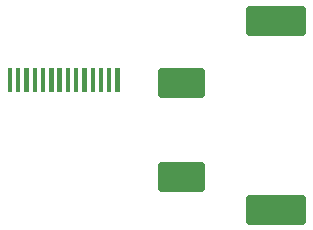
<source format=gbr>
G04 EAGLE Gerber RS-274X export*
G75*
%MOMM*%
%FSLAX34Y34*%
%LPD*%
%INSolderpaste Bottom*%
%IPPOS*%
%AMOC8*
5,1,8,0,0,1.08239X$1,22.5*%
G01*
%ADD10C,0.070000*%
%ADD11C,0.500000*%
%ADD12C,0.508000*%


D10*
X-2100Y39650D02*
X-2100Y20350D01*
X-4900Y20350D01*
X-4900Y39650D01*
X-2100Y39650D01*
X-2100Y21015D02*
X-4900Y21015D01*
X-4900Y21680D02*
X-2100Y21680D01*
X-2100Y22345D02*
X-4900Y22345D01*
X-4900Y23010D02*
X-2100Y23010D01*
X-2100Y23675D02*
X-4900Y23675D01*
X-4900Y24340D02*
X-2100Y24340D01*
X-2100Y25005D02*
X-4900Y25005D01*
X-4900Y25670D02*
X-2100Y25670D01*
X-2100Y26335D02*
X-4900Y26335D01*
X-4900Y27000D02*
X-2100Y27000D01*
X-2100Y27665D02*
X-4900Y27665D01*
X-4900Y28330D02*
X-2100Y28330D01*
X-2100Y28995D02*
X-4900Y28995D01*
X-4900Y29660D02*
X-2100Y29660D01*
X-2100Y30325D02*
X-4900Y30325D01*
X-4900Y30990D02*
X-2100Y30990D01*
X-2100Y31655D02*
X-4900Y31655D01*
X-4900Y32320D02*
X-2100Y32320D01*
X-2100Y32985D02*
X-4900Y32985D01*
X-4900Y33650D02*
X-2100Y33650D01*
X-2100Y34315D02*
X-4900Y34315D01*
X-4900Y34980D02*
X-2100Y34980D01*
X-2100Y35645D02*
X-4900Y35645D01*
X-4900Y36310D02*
X-2100Y36310D01*
X-2100Y36975D02*
X-4900Y36975D01*
X-4900Y37640D02*
X-2100Y37640D01*
X-2100Y38305D02*
X-4900Y38305D01*
X-4900Y38970D02*
X-2100Y38970D01*
X-2100Y39635D02*
X-4900Y39635D01*
X4900Y39650D02*
X4900Y20350D01*
X2100Y20350D01*
X2100Y39650D01*
X4900Y39650D01*
X4900Y21015D02*
X2100Y21015D01*
X2100Y21680D02*
X4900Y21680D01*
X4900Y22345D02*
X2100Y22345D01*
X2100Y23010D02*
X4900Y23010D01*
X4900Y23675D02*
X2100Y23675D01*
X2100Y24340D02*
X4900Y24340D01*
X4900Y25005D02*
X2100Y25005D01*
X2100Y25670D02*
X4900Y25670D01*
X4900Y26335D02*
X2100Y26335D01*
X2100Y27000D02*
X4900Y27000D01*
X4900Y27665D02*
X2100Y27665D01*
X2100Y28330D02*
X4900Y28330D01*
X4900Y28995D02*
X2100Y28995D01*
X2100Y29660D02*
X4900Y29660D01*
X4900Y30325D02*
X2100Y30325D01*
X2100Y30990D02*
X4900Y30990D01*
X4900Y31655D02*
X2100Y31655D01*
X2100Y32320D02*
X4900Y32320D01*
X4900Y32985D02*
X2100Y32985D01*
X2100Y33650D02*
X4900Y33650D01*
X4900Y34315D02*
X2100Y34315D01*
X2100Y34980D02*
X4900Y34980D01*
X4900Y35645D02*
X2100Y35645D01*
X2100Y36310D02*
X4900Y36310D01*
X4900Y36975D02*
X2100Y36975D01*
X2100Y37640D02*
X4900Y37640D01*
X4900Y38305D02*
X2100Y38305D01*
X2100Y38970D02*
X4900Y38970D01*
X4900Y39635D02*
X2100Y39635D01*
X11900Y39650D02*
X11900Y20350D01*
X9100Y20350D01*
X9100Y39650D01*
X11900Y39650D01*
X11900Y21015D02*
X9100Y21015D01*
X9100Y21680D02*
X11900Y21680D01*
X11900Y22345D02*
X9100Y22345D01*
X9100Y23010D02*
X11900Y23010D01*
X11900Y23675D02*
X9100Y23675D01*
X9100Y24340D02*
X11900Y24340D01*
X11900Y25005D02*
X9100Y25005D01*
X9100Y25670D02*
X11900Y25670D01*
X11900Y26335D02*
X9100Y26335D01*
X9100Y27000D02*
X11900Y27000D01*
X11900Y27665D02*
X9100Y27665D01*
X9100Y28330D02*
X11900Y28330D01*
X11900Y28995D02*
X9100Y28995D01*
X9100Y29660D02*
X11900Y29660D01*
X11900Y30325D02*
X9100Y30325D01*
X9100Y30990D02*
X11900Y30990D01*
X11900Y31655D02*
X9100Y31655D01*
X9100Y32320D02*
X11900Y32320D01*
X11900Y32985D02*
X9100Y32985D01*
X9100Y33650D02*
X11900Y33650D01*
X11900Y34315D02*
X9100Y34315D01*
X9100Y34980D02*
X11900Y34980D01*
X11900Y35645D02*
X9100Y35645D01*
X9100Y36310D02*
X11900Y36310D01*
X11900Y36975D02*
X9100Y36975D01*
X9100Y37640D02*
X11900Y37640D01*
X11900Y38305D02*
X9100Y38305D01*
X9100Y38970D02*
X11900Y38970D01*
X11900Y39635D02*
X9100Y39635D01*
X18900Y39650D02*
X18900Y20350D01*
X16100Y20350D01*
X16100Y39650D01*
X18900Y39650D01*
X18900Y21015D02*
X16100Y21015D01*
X16100Y21680D02*
X18900Y21680D01*
X18900Y22345D02*
X16100Y22345D01*
X16100Y23010D02*
X18900Y23010D01*
X18900Y23675D02*
X16100Y23675D01*
X16100Y24340D02*
X18900Y24340D01*
X18900Y25005D02*
X16100Y25005D01*
X16100Y25670D02*
X18900Y25670D01*
X18900Y26335D02*
X16100Y26335D01*
X16100Y27000D02*
X18900Y27000D01*
X18900Y27665D02*
X16100Y27665D01*
X16100Y28330D02*
X18900Y28330D01*
X18900Y28995D02*
X16100Y28995D01*
X16100Y29660D02*
X18900Y29660D01*
X18900Y30325D02*
X16100Y30325D01*
X16100Y30990D02*
X18900Y30990D01*
X18900Y31655D02*
X16100Y31655D01*
X16100Y32320D02*
X18900Y32320D01*
X18900Y32985D02*
X16100Y32985D01*
X16100Y33650D02*
X18900Y33650D01*
X18900Y34315D02*
X16100Y34315D01*
X16100Y34980D02*
X18900Y34980D01*
X18900Y35645D02*
X16100Y35645D01*
X16100Y36310D02*
X18900Y36310D01*
X18900Y36975D02*
X16100Y36975D01*
X16100Y37640D02*
X18900Y37640D01*
X18900Y38305D02*
X16100Y38305D01*
X16100Y38970D02*
X18900Y38970D01*
X18900Y39635D02*
X16100Y39635D01*
X25900Y39650D02*
X25900Y20350D01*
X23100Y20350D01*
X23100Y39650D01*
X25900Y39650D01*
X25900Y21015D02*
X23100Y21015D01*
X23100Y21680D02*
X25900Y21680D01*
X25900Y22345D02*
X23100Y22345D01*
X23100Y23010D02*
X25900Y23010D01*
X25900Y23675D02*
X23100Y23675D01*
X23100Y24340D02*
X25900Y24340D01*
X25900Y25005D02*
X23100Y25005D01*
X23100Y25670D02*
X25900Y25670D01*
X25900Y26335D02*
X23100Y26335D01*
X23100Y27000D02*
X25900Y27000D01*
X25900Y27665D02*
X23100Y27665D01*
X23100Y28330D02*
X25900Y28330D01*
X25900Y28995D02*
X23100Y28995D01*
X23100Y29660D02*
X25900Y29660D01*
X25900Y30325D02*
X23100Y30325D01*
X23100Y30990D02*
X25900Y30990D01*
X25900Y31655D02*
X23100Y31655D01*
X23100Y32320D02*
X25900Y32320D01*
X25900Y32985D02*
X23100Y32985D01*
X23100Y33650D02*
X25900Y33650D01*
X25900Y34315D02*
X23100Y34315D01*
X23100Y34980D02*
X25900Y34980D01*
X25900Y35645D02*
X23100Y35645D01*
X23100Y36310D02*
X25900Y36310D01*
X25900Y36975D02*
X23100Y36975D01*
X23100Y37640D02*
X25900Y37640D01*
X25900Y38305D02*
X23100Y38305D01*
X23100Y38970D02*
X25900Y38970D01*
X25900Y39635D02*
X23100Y39635D01*
X32900Y39650D02*
X32900Y20350D01*
X30100Y20350D01*
X30100Y39650D01*
X32900Y39650D01*
X32900Y21015D02*
X30100Y21015D01*
X30100Y21680D02*
X32900Y21680D01*
X32900Y22345D02*
X30100Y22345D01*
X30100Y23010D02*
X32900Y23010D01*
X32900Y23675D02*
X30100Y23675D01*
X30100Y24340D02*
X32900Y24340D01*
X32900Y25005D02*
X30100Y25005D01*
X30100Y25670D02*
X32900Y25670D01*
X32900Y26335D02*
X30100Y26335D01*
X30100Y27000D02*
X32900Y27000D01*
X32900Y27665D02*
X30100Y27665D01*
X30100Y28330D02*
X32900Y28330D01*
X32900Y28995D02*
X30100Y28995D01*
X30100Y29660D02*
X32900Y29660D01*
X32900Y30325D02*
X30100Y30325D01*
X30100Y30990D02*
X32900Y30990D01*
X32900Y31655D02*
X30100Y31655D01*
X30100Y32320D02*
X32900Y32320D01*
X32900Y32985D02*
X30100Y32985D01*
X30100Y33650D02*
X32900Y33650D01*
X32900Y34315D02*
X30100Y34315D01*
X30100Y34980D02*
X32900Y34980D01*
X32900Y35645D02*
X30100Y35645D01*
X30100Y36310D02*
X32900Y36310D01*
X32900Y36975D02*
X30100Y36975D01*
X30100Y37640D02*
X32900Y37640D01*
X32900Y38305D02*
X30100Y38305D01*
X30100Y38970D02*
X32900Y38970D01*
X32900Y39635D02*
X30100Y39635D01*
X39900Y39650D02*
X39900Y20350D01*
X37100Y20350D01*
X37100Y39650D01*
X39900Y39650D01*
X39900Y21015D02*
X37100Y21015D01*
X37100Y21680D02*
X39900Y21680D01*
X39900Y22345D02*
X37100Y22345D01*
X37100Y23010D02*
X39900Y23010D01*
X39900Y23675D02*
X37100Y23675D01*
X37100Y24340D02*
X39900Y24340D01*
X39900Y25005D02*
X37100Y25005D01*
X37100Y25670D02*
X39900Y25670D01*
X39900Y26335D02*
X37100Y26335D01*
X37100Y27000D02*
X39900Y27000D01*
X39900Y27665D02*
X37100Y27665D01*
X37100Y28330D02*
X39900Y28330D01*
X39900Y28995D02*
X37100Y28995D01*
X37100Y29660D02*
X39900Y29660D01*
X39900Y30325D02*
X37100Y30325D01*
X37100Y30990D02*
X39900Y30990D01*
X39900Y31655D02*
X37100Y31655D01*
X37100Y32320D02*
X39900Y32320D01*
X39900Y32985D02*
X37100Y32985D01*
X37100Y33650D02*
X39900Y33650D01*
X39900Y34315D02*
X37100Y34315D01*
X37100Y34980D02*
X39900Y34980D01*
X39900Y35645D02*
X37100Y35645D01*
X37100Y36310D02*
X39900Y36310D01*
X39900Y36975D02*
X37100Y36975D01*
X37100Y37640D02*
X39900Y37640D01*
X39900Y38305D02*
X37100Y38305D01*
X37100Y38970D02*
X39900Y38970D01*
X39900Y39635D02*
X37100Y39635D01*
X46900Y39650D02*
X46900Y20350D01*
X44100Y20350D01*
X44100Y39650D01*
X46900Y39650D01*
X46900Y21015D02*
X44100Y21015D01*
X44100Y21680D02*
X46900Y21680D01*
X46900Y22345D02*
X44100Y22345D01*
X44100Y23010D02*
X46900Y23010D01*
X46900Y23675D02*
X44100Y23675D01*
X44100Y24340D02*
X46900Y24340D01*
X46900Y25005D02*
X44100Y25005D01*
X44100Y25670D02*
X46900Y25670D01*
X46900Y26335D02*
X44100Y26335D01*
X44100Y27000D02*
X46900Y27000D01*
X46900Y27665D02*
X44100Y27665D01*
X44100Y28330D02*
X46900Y28330D01*
X46900Y28995D02*
X44100Y28995D01*
X44100Y29660D02*
X46900Y29660D01*
X46900Y30325D02*
X44100Y30325D01*
X44100Y30990D02*
X46900Y30990D01*
X46900Y31655D02*
X44100Y31655D01*
X44100Y32320D02*
X46900Y32320D01*
X46900Y32985D02*
X44100Y32985D01*
X44100Y33650D02*
X46900Y33650D01*
X46900Y34315D02*
X44100Y34315D01*
X44100Y34980D02*
X46900Y34980D01*
X46900Y35645D02*
X44100Y35645D01*
X44100Y36310D02*
X46900Y36310D01*
X46900Y36975D02*
X44100Y36975D01*
X44100Y37640D02*
X46900Y37640D01*
X46900Y38305D02*
X44100Y38305D01*
X44100Y38970D02*
X46900Y38970D01*
X46900Y39635D02*
X44100Y39635D01*
X-9100Y39650D02*
X-9100Y20350D01*
X-11900Y20350D01*
X-11900Y39650D01*
X-9100Y39650D01*
X-9100Y21015D02*
X-11900Y21015D01*
X-11900Y21680D02*
X-9100Y21680D01*
X-9100Y22345D02*
X-11900Y22345D01*
X-11900Y23010D02*
X-9100Y23010D01*
X-9100Y23675D02*
X-11900Y23675D01*
X-11900Y24340D02*
X-9100Y24340D01*
X-9100Y25005D02*
X-11900Y25005D01*
X-11900Y25670D02*
X-9100Y25670D01*
X-9100Y26335D02*
X-11900Y26335D01*
X-11900Y27000D02*
X-9100Y27000D01*
X-9100Y27665D02*
X-11900Y27665D01*
X-11900Y28330D02*
X-9100Y28330D01*
X-9100Y28995D02*
X-11900Y28995D01*
X-11900Y29660D02*
X-9100Y29660D01*
X-9100Y30325D02*
X-11900Y30325D01*
X-11900Y30990D02*
X-9100Y30990D01*
X-9100Y31655D02*
X-11900Y31655D01*
X-11900Y32320D02*
X-9100Y32320D01*
X-9100Y32985D02*
X-11900Y32985D01*
X-11900Y33650D02*
X-9100Y33650D01*
X-9100Y34315D02*
X-11900Y34315D01*
X-11900Y34980D02*
X-9100Y34980D01*
X-9100Y35645D02*
X-11900Y35645D01*
X-11900Y36310D02*
X-9100Y36310D01*
X-9100Y36975D02*
X-11900Y36975D01*
X-11900Y37640D02*
X-9100Y37640D01*
X-9100Y38305D02*
X-11900Y38305D01*
X-11900Y38970D02*
X-9100Y38970D01*
X-9100Y39635D02*
X-11900Y39635D01*
X-16100Y39650D02*
X-16100Y20350D01*
X-18900Y20350D01*
X-18900Y39650D01*
X-16100Y39650D01*
X-16100Y21015D02*
X-18900Y21015D01*
X-18900Y21680D02*
X-16100Y21680D01*
X-16100Y22345D02*
X-18900Y22345D01*
X-18900Y23010D02*
X-16100Y23010D01*
X-16100Y23675D02*
X-18900Y23675D01*
X-18900Y24340D02*
X-16100Y24340D01*
X-16100Y25005D02*
X-18900Y25005D01*
X-18900Y25670D02*
X-16100Y25670D01*
X-16100Y26335D02*
X-18900Y26335D01*
X-18900Y27000D02*
X-16100Y27000D01*
X-16100Y27665D02*
X-18900Y27665D01*
X-18900Y28330D02*
X-16100Y28330D01*
X-16100Y28995D02*
X-18900Y28995D01*
X-18900Y29660D02*
X-16100Y29660D01*
X-16100Y30325D02*
X-18900Y30325D01*
X-18900Y30990D02*
X-16100Y30990D01*
X-16100Y31655D02*
X-18900Y31655D01*
X-18900Y32320D02*
X-16100Y32320D01*
X-16100Y32985D02*
X-18900Y32985D01*
X-18900Y33650D02*
X-16100Y33650D01*
X-16100Y34315D02*
X-18900Y34315D01*
X-18900Y34980D02*
X-16100Y34980D01*
X-16100Y35645D02*
X-18900Y35645D01*
X-18900Y36310D02*
X-16100Y36310D01*
X-16100Y36975D02*
X-18900Y36975D01*
X-18900Y37640D02*
X-16100Y37640D01*
X-16100Y38305D02*
X-18900Y38305D01*
X-18900Y38970D02*
X-16100Y38970D01*
X-16100Y39635D02*
X-18900Y39635D01*
X-23100Y39650D02*
X-23100Y20350D01*
X-25900Y20350D01*
X-25900Y39650D01*
X-23100Y39650D01*
X-23100Y21015D02*
X-25900Y21015D01*
X-25900Y21680D02*
X-23100Y21680D01*
X-23100Y22345D02*
X-25900Y22345D01*
X-25900Y23010D02*
X-23100Y23010D01*
X-23100Y23675D02*
X-25900Y23675D01*
X-25900Y24340D02*
X-23100Y24340D01*
X-23100Y25005D02*
X-25900Y25005D01*
X-25900Y25670D02*
X-23100Y25670D01*
X-23100Y26335D02*
X-25900Y26335D01*
X-25900Y27000D02*
X-23100Y27000D01*
X-23100Y27665D02*
X-25900Y27665D01*
X-25900Y28330D02*
X-23100Y28330D01*
X-23100Y28995D02*
X-25900Y28995D01*
X-25900Y29660D02*
X-23100Y29660D01*
X-23100Y30325D02*
X-25900Y30325D01*
X-25900Y30990D02*
X-23100Y30990D01*
X-23100Y31655D02*
X-25900Y31655D01*
X-25900Y32320D02*
X-23100Y32320D01*
X-23100Y32985D02*
X-25900Y32985D01*
X-25900Y33650D02*
X-23100Y33650D01*
X-23100Y34315D02*
X-25900Y34315D01*
X-25900Y34980D02*
X-23100Y34980D01*
X-23100Y35645D02*
X-25900Y35645D01*
X-25900Y36310D02*
X-23100Y36310D01*
X-23100Y36975D02*
X-25900Y36975D01*
X-25900Y37640D02*
X-23100Y37640D01*
X-23100Y38305D02*
X-25900Y38305D01*
X-25900Y38970D02*
X-23100Y38970D01*
X-23100Y39635D02*
X-25900Y39635D01*
X-30100Y39650D02*
X-30100Y20350D01*
X-32900Y20350D01*
X-32900Y39650D01*
X-30100Y39650D01*
X-30100Y21015D02*
X-32900Y21015D01*
X-32900Y21680D02*
X-30100Y21680D01*
X-30100Y22345D02*
X-32900Y22345D01*
X-32900Y23010D02*
X-30100Y23010D01*
X-30100Y23675D02*
X-32900Y23675D01*
X-32900Y24340D02*
X-30100Y24340D01*
X-30100Y25005D02*
X-32900Y25005D01*
X-32900Y25670D02*
X-30100Y25670D01*
X-30100Y26335D02*
X-32900Y26335D01*
X-32900Y27000D02*
X-30100Y27000D01*
X-30100Y27665D02*
X-32900Y27665D01*
X-32900Y28330D02*
X-30100Y28330D01*
X-30100Y28995D02*
X-32900Y28995D01*
X-32900Y29660D02*
X-30100Y29660D01*
X-30100Y30325D02*
X-32900Y30325D01*
X-32900Y30990D02*
X-30100Y30990D01*
X-30100Y31655D02*
X-32900Y31655D01*
X-32900Y32320D02*
X-30100Y32320D01*
X-30100Y32985D02*
X-32900Y32985D01*
X-32900Y33650D02*
X-30100Y33650D01*
X-30100Y34315D02*
X-32900Y34315D01*
X-32900Y34980D02*
X-30100Y34980D01*
X-30100Y35645D02*
X-32900Y35645D01*
X-32900Y36310D02*
X-30100Y36310D01*
X-30100Y36975D02*
X-32900Y36975D01*
X-32900Y37640D02*
X-30100Y37640D01*
X-30100Y38305D02*
X-32900Y38305D01*
X-32900Y38970D02*
X-30100Y38970D01*
X-30100Y39635D02*
X-32900Y39635D01*
X-37100Y39650D02*
X-37100Y20350D01*
X-39900Y20350D01*
X-39900Y39650D01*
X-37100Y39650D01*
X-37100Y21015D02*
X-39900Y21015D01*
X-39900Y21680D02*
X-37100Y21680D01*
X-37100Y22345D02*
X-39900Y22345D01*
X-39900Y23010D02*
X-37100Y23010D01*
X-37100Y23675D02*
X-39900Y23675D01*
X-39900Y24340D02*
X-37100Y24340D01*
X-37100Y25005D02*
X-39900Y25005D01*
X-39900Y25670D02*
X-37100Y25670D01*
X-37100Y26335D02*
X-39900Y26335D01*
X-39900Y27000D02*
X-37100Y27000D01*
X-37100Y27665D02*
X-39900Y27665D01*
X-39900Y28330D02*
X-37100Y28330D01*
X-37100Y28995D02*
X-39900Y28995D01*
X-39900Y29660D02*
X-37100Y29660D01*
X-37100Y30325D02*
X-39900Y30325D01*
X-39900Y30990D02*
X-37100Y30990D01*
X-37100Y31655D02*
X-39900Y31655D01*
X-39900Y32320D02*
X-37100Y32320D01*
X-37100Y32985D02*
X-39900Y32985D01*
X-39900Y33650D02*
X-37100Y33650D01*
X-37100Y34315D02*
X-39900Y34315D01*
X-39900Y34980D02*
X-37100Y34980D01*
X-37100Y35645D02*
X-39900Y35645D01*
X-39900Y36310D02*
X-37100Y36310D01*
X-37100Y36975D02*
X-39900Y36975D01*
X-39900Y37640D02*
X-37100Y37640D01*
X-37100Y38305D02*
X-39900Y38305D01*
X-39900Y38970D02*
X-37100Y38970D01*
X-37100Y39635D02*
X-39900Y39635D01*
X-44100Y39650D02*
X-44100Y20350D01*
X-46900Y20350D01*
X-46900Y39650D01*
X-44100Y39650D01*
X-44100Y21015D02*
X-46900Y21015D01*
X-46900Y21680D02*
X-44100Y21680D01*
X-44100Y22345D02*
X-46900Y22345D01*
X-46900Y23010D02*
X-44100Y23010D01*
X-44100Y23675D02*
X-46900Y23675D01*
X-46900Y24340D02*
X-44100Y24340D01*
X-44100Y25005D02*
X-46900Y25005D01*
X-46900Y25670D02*
X-44100Y25670D01*
X-44100Y26335D02*
X-46900Y26335D01*
X-46900Y27000D02*
X-44100Y27000D01*
X-44100Y27665D02*
X-46900Y27665D01*
X-46900Y28330D02*
X-44100Y28330D01*
X-44100Y28995D02*
X-46900Y28995D01*
X-46900Y29660D02*
X-44100Y29660D01*
X-44100Y30325D02*
X-46900Y30325D01*
X-46900Y30990D02*
X-44100Y30990D01*
X-44100Y31655D02*
X-46900Y31655D01*
X-46900Y32320D02*
X-44100Y32320D01*
X-44100Y32985D02*
X-46900Y32985D01*
X-46900Y33650D02*
X-44100Y33650D01*
X-44100Y34315D02*
X-46900Y34315D01*
X-46900Y34980D02*
X-44100Y34980D01*
X-44100Y35645D02*
X-46900Y35645D01*
X-46900Y36310D02*
X-44100Y36310D01*
X-44100Y36975D02*
X-46900Y36975D01*
X-46900Y37640D02*
X-44100Y37640D01*
X-44100Y38305D02*
X-46900Y38305D01*
X-46900Y38970D02*
X-44100Y38970D01*
X-44100Y39635D02*
X-46900Y39635D01*
D11*
X82500Y-42700D02*
X82500Y-62700D01*
X82500Y-42700D02*
X117500Y-42700D01*
X117500Y-62700D01*
X82500Y-62700D01*
X82500Y-57950D02*
X117500Y-57950D01*
X117500Y-53200D02*
X82500Y-53200D01*
X82500Y-48450D02*
X117500Y-48450D01*
X117500Y-43700D02*
X82500Y-43700D01*
X82500Y17300D02*
X82500Y37300D01*
X117500Y37300D01*
X117500Y17300D01*
X82500Y17300D01*
X82500Y22050D02*
X117500Y22050D01*
X117500Y26800D02*
X82500Y26800D01*
X82500Y31550D02*
X117500Y31550D01*
X117500Y36300D02*
X82500Y36300D01*
D12*
X157140Y-69840D02*
X157140Y-90160D01*
X157140Y-69840D02*
X202860Y-69840D01*
X202860Y-90160D01*
X157140Y-90160D01*
X157140Y-85334D02*
X202860Y-85334D01*
X202860Y-80508D02*
X157140Y-80508D01*
X157140Y-75682D02*
X202860Y-75682D01*
X202860Y-70856D02*
X157140Y-70856D01*
X157140Y69840D02*
X157140Y90160D01*
X202860Y90160D01*
X202860Y69840D01*
X157140Y69840D01*
X157140Y74666D02*
X202860Y74666D01*
X202860Y79492D02*
X157140Y79492D01*
X157140Y84318D02*
X202860Y84318D01*
X202860Y89144D02*
X157140Y89144D01*
M02*

</source>
